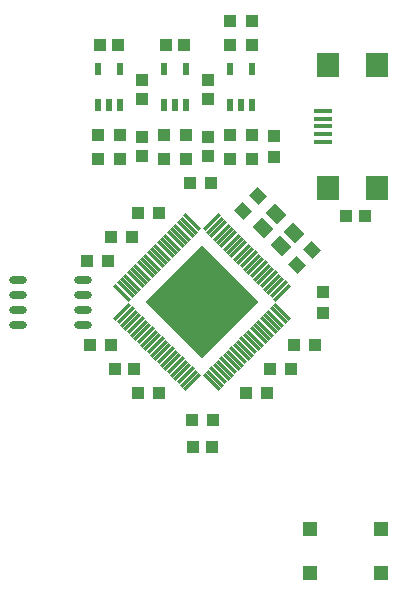
<source format=gtp>
G04 Layer: TopPasteMaskLayer*
G04 EasyEDA v6.5.42, 2024-03-17 19:56:20*
G04 22851bfb20aa482085f49a562fa88950,7084cd4cda9a42c7a5f6ba31724bf8e5,10*
G04 Gerber Generator version 0.2*
G04 Scale: 100 percent, Rotated: No, Reflected: No *
G04 Dimensions in millimeters *
G04 leading zeros omitted , absolute positions ,4 integer and 5 decimal *
%FSLAX45Y45*%
%MOMM*%

%AMMACRO1*21,1,$1,$2,0,0,$3*%
%ADD10O,1.5200122X0.5999988*%
%ADD11R,0.5500X1.0000*%
%ADD12R,1.0000X1.1000*%
%ADD13R,1.1000X1.0000*%
%ADD14R,1.5240X0.4000*%
%ADD15R,1.9000X2.1000*%
%ADD16MACRO1,1X1.1003X-135.0000*%
%ADD17MACRO1,1X1.0999X-135.0000*%
%ADD18R,1.2000X1.2000*%
%ADD19MACRO1,1.4002X1.15X135.0000*%
%ADD20MACRO1,1.4X1.1498X134.9926*%
%ADD21MACRO1,1.4X1.15X134.9926*%
%ADD22MACRO1,0.2489X1.9049X135.0000*%
%ADD23MACRO1,0.2514X1.9051X135.0000*%
%ADD24MACRO1,0.2514X1.9049X135.0000*%
%ADD25MACRO1,0.2489X1.9051X135.0000*%
%ADD26MACRO1,0.2516X1.9051X135.0409*%
%ADD27MACRO1,0.2489X1.9051X45.0000*%
%ADD28MACRO1,0.2514X1.9049X45.0000*%
%ADD29MACRO1,0.2489X1.9049X45.0000*%
%ADD30MACRO1,0.2514X1.9051X45.0000*%
%ADD31MACRO1,0.2489X1.9053X45.0000*%
%ADD32MACRO1,0.2514X1.9053X45.0000*%
%ADD33MACRO1,0.2488X1.9049X44.9586*%
%ADD34MACRO1,0.2488X1.9051X135.0414*%
%ADD35MACRO1,0.2516X1.9049X44.9591*%
%ADD36MACRO1,6.7488X6.7488X45.0000*%
%ADD37C,0.0145*%

%LPD*%
D10*
G01*
X6946569Y6151879D03*
G01*
X6946569Y6278879D03*
G01*
X6946569Y6405879D03*
G01*
X6946569Y6532879D03*
G01*
X6398590Y6151879D03*
G01*
X6398590Y6278879D03*
G01*
X6398590Y6405879D03*
G01*
X6398590Y6532879D03*
D11*
G01*
X7070343Y8321167D03*
G01*
X7260336Y8321167D03*
G01*
X7260336Y8021167D03*
G01*
X7165340Y8021167D03*
G01*
X7070343Y8021167D03*
D12*
G01*
X7075347Y7764779D03*
G01*
X7255357Y7764779D03*
D11*
G01*
X8187943Y8321167D03*
G01*
X8377936Y8321167D03*
G01*
X8377936Y8021167D03*
G01*
X8282940Y8021167D03*
G01*
X8187943Y8021167D03*
D13*
G01*
X8562340Y7758277D03*
G01*
X8562340Y7578267D03*
D12*
G01*
X7644129Y8526779D03*
G01*
X7804124Y8526779D03*
G01*
X8325027Y5580379D03*
G01*
X8505037Y5580379D03*
G01*
X8528227Y5783579D03*
G01*
X8708237Y5783579D03*
D11*
G01*
X7629143Y8321167D03*
G01*
X7819136Y8321167D03*
G01*
X7819136Y8021167D03*
G01*
X7724140Y8021167D03*
G01*
X7629143Y8021167D03*
D12*
G01*
X7877809Y5123179D03*
G01*
X8037804Y5123179D03*
G01*
X9333229Y7078979D03*
G01*
X9173235Y7078979D03*
D14*
G01*
X8978747Y7705877D03*
G01*
X8978747Y7770901D03*
G01*
X8978747Y7835900D03*
G01*
X8978747Y7900898D03*
G01*
X8978747Y7965897D03*
D15*
G01*
X9436252Y8355888D03*
G01*
X9436252Y7315885D03*
G01*
X9016238Y7315885D03*
G01*
X9016238Y8355888D03*
D16*
G01*
X8885059Y6787019D03*
D17*
G01*
X8757767Y6659727D03*
D16*
G01*
X8427859Y7244219D03*
D17*
G01*
X8300567Y7116927D03*
D13*
G01*
X7444740Y8225789D03*
G01*
X7444740Y8065795D03*
G01*
X8003540Y8225789D03*
G01*
X8003540Y8065795D03*
G01*
X8003540Y7583170D03*
G01*
X8003540Y7743164D03*
D12*
G01*
X7377429Y5783579D03*
G01*
X7217435Y5783579D03*
G01*
X7004227Y5986779D03*
G01*
X7184237Y5986779D03*
G01*
X8192947Y8729979D03*
G01*
X8372957Y8729979D03*
G01*
X8192947Y8526779D03*
G01*
X8372957Y8526779D03*
G01*
X7075347Y7561579D03*
G01*
X7255357Y7561579D03*
G01*
X7634147Y7561579D03*
G01*
X7814157Y7561579D03*
G01*
X8192947Y7561579D03*
G01*
X8372957Y7561579D03*
D18*
G01*
X8869400Y4426788D03*
G01*
X9469399Y4426788D03*
G01*
X8869400Y4056786D03*
G01*
X9469399Y4056786D03*
D12*
G01*
X7245350Y8526779D03*
G01*
X7085355Y8526779D03*
G01*
X7410627Y5580379D03*
G01*
X7590637Y5580379D03*
D13*
G01*
X8973820Y6252387D03*
G01*
X8973820Y6432397D03*
D12*
G01*
X7410627Y7104379D03*
G01*
X7590637Y7104379D03*
G01*
X6978827Y6697979D03*
G01*
X7158837Y6697979D03*
G01*
X7182027Y6901179D03*
G01*
X7362037Y6901179D03*
G01*
X8731427Y5986779D03*
G01*
X8911437Y5986779D03*
G01*
X7867827Y5351779D03*
G01*
X8047837Y5351779D03*
G01*
X8030032Y7358379D03*
G01*
X7850022Y7358379D03*
G01*
X7634147Y7764779D03*
G01*
X7814157Y7764779D03*
G01*
X8192947Y7764779D03*
G01*
X8372957Y7764779D03*
D13*
G01*
X7444740Y7583170D03*
G01*
X7444740Y7743164D03*
D19*
G01*
X8465820Y6977367D03*
D20*
G01*
X8734526Y6934949D03*
D21*
G01*
X8621382Y6821792D03*
D20*
G01*
X8578951Y7090524D03*
D22*
G01*
X7278141Y6265392D03*
D23*
G01*
X7306424Y6237096D03*
D22*
G01*
X7334707Y6208801D03*
D23*
G01*
X7363002Y6180518D03*
D22*
G01*
X7391298Y6152235D03*
D24*
G01*
X7419581Y6123952D03*
D25*
G01*
X7447864Y6095657D03*
D23*
G01*
X7476147Y6067374D03*
D25*
G01*
X7504442Y6039078D03*
D26*
G01*
X7532738Y6010795D03*
D22*
G01*
X7561021Y5982512D03*
D23*
G01*
X7589304Y5954217D03*
D25*
G01*
X7617587Y5925934D03*
G01*
X7645793Y5897727D03*
D23*
G01*
X7674076Y5869444D03*
D22*
G01*
X7702372Y5841161D03*
D24*
G01*
X7730655Y5812878D03*
D25*
G01*
X7758937Y5784583D03*
D24*
G01*
X7787220Y5756287D03*
D25*
G01*
X7815516Y5728004D03*
D24*
G01*
X7843812Y5699721D03*
D22*
G01*
X7872094Y5671438D03*
D27*
G01*
X8035175Y5671439D03*
G01*
X8063369Y5699632D03*
D28*
G01*
X8091665Y5727915D03*
D29*
G01*
X8119948Y5756198D03*
D30*
G01*
X8148231Y5784494D03*
D31*
G01*
X8176526Y5812777D03*
D30*
G01*
X8204809Y5841072D03*
D29*
G01*
X8233105Y5869355D03*
D28*
G01*
X8261388Y5897638D03*
D27*
G01*
X8289671Y5925934D03*
D32*
G01*
X8317966Y5954217D03*
D27*
G01*
X8346249Y5982512D03*
D28*
G01*
X8374545Y6010795D03*
D29*
G01*
X8402828Y6039078D03*
D30*
G01*
X8431110Y6067374D03*
D27*
G01*
X8459393Y6095657D03*
D30*
G01*
X8487689Y6123952D03*
D29*
G01*
X8515985Y6152235D03*
D28*
G01*
X8544267Y6180518D03*
D33*
G01*
X8572550Y6208814D03*
D30*
G01*
X8600833Y6237097D03*
D27*
G01*
X8629129Y6265392D03*
D25*
G01*
X8629129Y6428460D03*
D23*
G01*
X8600833Y6456756D03*
D34*
G01*
X8572550Y6485051D03*
D24*
G01*
X8544267Y6513334D03*
D22*
G01*
X8515985Y6541617D03*
D23*
G01*
X8487689Y6569900D03*
D25*
G01*
X8459393Y6598196D03*
D23*
G01*
X8431110Y6626478D03*
D22*
G01*
X8402828Y6654774D03*
G01*
X8374634Y6682968D03*
D23*
G01*
X8346338Y6711251D03*
D25*
G01*
X8318055Y6739534D03*
D23*
G01*
X8289759Y6767830D03*
D22*
G01*
X8261477Y6796125D03*
D24*
G01*
X8233194Y6824408D03*
D25*
G01*
X8204898Y6852691D03*
D23*
G01*
X8176615Y6880974D03*
D25*
G01*
X8148319Y6909269D03*
D24*
G01*
X8120037Y6937565D03*
D22*
G01*
X8091754Y6965848D03*
D26*
G01*
X8063471Y6994131D03*
D25*
G01*
X8035175Y7022414D03*
D29*
G01*
X7872094Y7022414D03*
D28*
G01*
X7843812Y6994131D03*
D27*
G01*
X7815516Y6965848D03*
D30*
G01*
X7787233Y6937565D03*
D27*
G01*
X7758937Y6909269D03*
D28*
G01*
X7730655Y6880974D03*
D29*
G01*
X7702372Y6852691D03*
D30*
G01*
X7674076Y6824408D03*
D27*
G01*
X7645793Y6796125D03*
D30*
G01*
X7617498Y6767830D03*
D33*
G01*
X7589215Y6739547D03*
D28*
G01*
X7560932Y6711251D03*
D27*
G01*
X7532636Y6682968D03*
D30*
G01*
X7504353Y6654685D03*
D27*
G01*
X7476058Y6626390D03*
D30*
G01*
X7447775Y6598107D03*
D29*
G01*
X7419492Y6569811D03*
D35*
G01*
X7391196Y6541528D03*
D27*
G01*
X7362913Y6513245D03*
D30*
G01*
X7334618Y6484950D03*
D27*
G01*
X7306335Y6456667D03*
D29*
G01*
X7278141Y6428460D03*
D36*
G01*
X7953628Y6346926D03*
M02*

</source>
